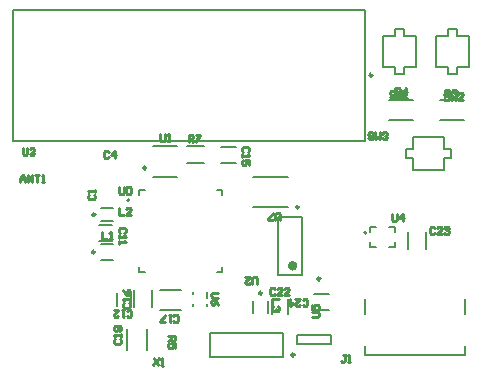
<source format=gto>
G04*
G04 #@! TF.GenerationSoftware,Altium Limited,Altium Designer,23.9.2 (47)*
G04*
G04 Layer_Color=65535*
%FSLAX44Y44*%
%MOMM*%
G71*
G04*
G04 #@! TF.SameCoordinates,250A9CB9-7403-4FF4-BB43-A60BEB693519*
G04*
G04*
G04 #@! TF.FilePolarity,Positive*
G04*
G01*
G75*
%ADD10C,0.2500*%
%ADD11C,0.2000*%
%ADD12C,0.2200*%
%ADD13C,0.4000*%
%ADD14C,0.1270*%
%ADD15C,0.2540*%
D10*
X309487Y250190D02*
G03*
X309487Y250190I-1250J0D01*
G01*
X243600Y13420D02*
G03*
X243600Y13420I-1250J0D01*
G01*
X265530Y77860D02*
G03*
X265530Y77860I-1250J0D01*
G01*
X118000Y171690D02*
G03*
X118000Y171690I-1250J0D01*
G01*
X216138Y65693D02*
G03*
X216138Y65693I-1250J0D01*
G01*
X74683Y100395D02*
G03*
X74683Y100395I-1250J0D01*
G01*
X74994Y132236D02*
G03*
X74994Y132236I-1250J0D01*
G01*
D11*
X103800Y144436D02*
G03*
X103800Y144436I-1000J0D01*
G01*
X304590Y117030D02*
G03*
X304590Y117030I-1000J0D01*
G01*
X4988Y194940D02*
X303487D01*
X4988D02*
Y305440D01*
X303487D01*
Y194940D02*
Y305440D01*
X169690Y61870D02*
Y66870D01*
Y54870D02*
Y56870D01*
X157690Y54870D02*
Y56870D01*
Y64870D02*
Y66870D01*
X208520Y163630D02*
X238520D01*
X208520Y138630D02*
X238520D01*
X245850Y22670D02*
Y30670D01*
X274850Y22670D02*
Y30670D01*
X245850Y22670D02*
X274850D01*
X245850Y30670D02*
X274850D01*
X250030Y80910D02*
Y129910D01*
X230030Y80910D02*
Y129910D01*
Y80910D02*
X250030D01*
X230030Y129910D02*
X250030D01*
X123500Y163940D02*
X144500D01*
X123500Y190440D02*
X144500D01*
X237890Y48193D02*
Y60917D01*
X224390Y48193D02*
Y60917D01*
X260362Y65170D02*
X273087D01*
X260362Y51670D02*
X273087D01*
X221388Y48942D02*
Y59443D01*
X208468Y48942D02*
Y59443D01*
X78223Y123420D02*
X88724D01*
X78210Y109897D02*
X88710D01*
X172272Y11590D02*
X234273D01*
X172272D02*
Y31590D01*
X234273D01*
Y11590D02*
Y31590D01*
X108070Y53929D02*
Y67991D01*
X123070Y53929D02*
Y67991D01*
X93441Y55143D02*
Y65771D01*
X105068Y55143D02*
Y65771D01*
X130030Y51190D02*
X147530D01*
X129977Y68220D02*
X147477D01*
X101990Y17920D02*
Y35420D01*
X119020Y17974D02*
Y35473D01*
X79683Y106895D02*
X90184D01*
X79683Y93975D02*
X90184D01*
X79430Y126423D02*
X90057D01*
X79430Y138050D02*
X90057D01*
X152639Y175582D02*
X167400D01*
X152639Y190440D02*
X167400D01*
X181598Y176130D02*
X194322D01*
X181598Y189630D02*
X194322D01*
X387940Y13420D02*
Y20920D01*
X302940Y13420D02*
X387940D01*
X302940D02*
Y20920D01*
X387940Y48420D02*
Y60920D01*
X302940Y48420D02*
Y60920D01*
X369870Y188150D02*
X375870D01*
X369870D02*
Y198150D01*
X343870D02*
X369870D01*
X343870Y188150D02*
Y198150D01*
X337870Y188150D02*
X343870D01*
X337870Y180150D02*
Y188150D01*
Y180150D02*
X343870D01*
Y170150D02*
Y180150D01*
Y170150D02*
X369870D01*
Y180150D01*
X375870D01*
Y188150D01*
X373190Y251510D02*
X381190D01*
X373190D02*
Y257510D01*
X363190D02*
X373190D01*
X363190D02*
Y283510D01*
X373190D01*
Y289510D01*
X381190D01*
Y283510D02*
Y289510D01*
Y283510D02*
X391190D01*
Y257510D02*
Y283510D01*
X381190Y257510D02*
X391190D01*
X381190Y251510D02*
Y257510D01*
X324029Y229480D02*
X344151D01*
X324029Y212480D02*
X344151D01*
X367130Y229480D02*
X387250D01*
X367130Y212480D02*
X387250D01*
X336740Y251510D02*
Y257510D01*
X346740D01*
Y283510D01*
X336740D02*
X346740D01*
X336740D02*
Y289510D01*
X328740D02*
X336740D01*
X328740Y283510D02*
Y289510D01*
X318740Y283510D02*
X328740D01*
X318740Y257510D02*
Y283510D01*
Y257510D02*
X328740D01*
Y251510D02*
Y257510D01*
Y251510D02*
X336740D01*
X339742Y103459D02*
Y117521D01*
X354743Y103459D02*
Y117521D01*
D12*
X247020Y138630D02*
G03*
X247020Y138630I-1000J0D01*
G01*
D13*
X244030Y88910D02*
G03*
X244030Y88910I-2000J0D01*
G01*
D14*
X112350Y148736D02*
Y153436D01*
Y83436D02*
Y88137D01*
X182350Y148736D02*
Y153436D01*
Y83436D02*
Y88137D01*
X112350Y153436D02*
X117050D01*
X112350Y83436D02*
X117050D01*
X177650Y153436D02*
X182350D01*
X177650Y83436D02*
X182350D01*
X328490Y117255D02*
Y121480D01*
X323265D02*
X328490D01*
X307590Y117255D02*
Y121480D01*
X312815D01*
X307590Y104580D02*
Y108805D01*
Y104580D02*
X312815D01*
X328490D02*
Y108805D01*
X323265Y104580D02*
X328490D01*
D15*
X287020Y13159D02*
X285021D01*
X286020D01*
Y8161D01*
X285021Y7161D01*
X284021D01*
X283021Y8161D01*
X289019Y7161D02*
X291019D01*
X290019D01*
Y13159D01*
X289019Y12159D01*
X124511Y10829D02*
X128181Y4625D01*
X128504Y10615D02*
X124188Y4840D01*
X130178Y4518D02*
X132174Y4411D01*
X131176Y4464D01*
X131498Y10454D01*
X130446Y9509D01*
X231528Y127914D02*
Y132912D01*
X230529Y133912D01*
X228529D01*
X227530Y132912D01*
Y127914D01*
X225530D02*
X221532D01*
Y128914D01*
X225530Y132912D01*
Y133912D01*
X179249Y65958D02*
X174251D01*
X173251Y64959D01*
Y62959D01*
X174251Y61960D01*
X179249D01*
Y55962D02*
X178249Y57961D01*
X176250Y59960D01*
X174251D01*
X173251Y58961D01*
Y56961D01*
X174251Y55962D01*
X175250D01*
X176250Y56961D01*
Y59960D01*
X258273Y45802D02*
X263272D01*
X264271Y46801D01*
Y48801D01*
X263272Y49800D01*
X258273D01*
Y55798D02*
Y51800D01*
X261272D01*
X260273Y53799D01*
Y54799D01*
X261272Y55798D01*
X263272D01*
X264271Y54799D01*
Y52799D01*
X263272Y51800D01*
X326092Y132539D02*
Y127541D01*
X327091Y126541D01*
X329091D01*
X330090Y127541D01*
Y132539D01*
X335089Y126541D02*
Y132539D01*
X332090Y129540D01*
X336088D01*
X13349Y188419D02*
Y183421D01*
X14349Y182421D01*
X16348D01*
X17348Y183421D01*
Y188419D01*
X19347Y187419D02*
X20347Y188419D01*
X22346D01*
X23346Y187419D01*
Y186420D01*
X22346Y185420D01*
X21347D01*
X22346D01*
X23346Y184420D01*
Y183421D01*
X22346Y182421D01*
X20347D01*
X19347Y183421D01*
X212008Y73201D02*
Y78199D01*
X211009Y79199D01*
X209009D01*
X208010Y78199D01*
Y73201D01*
X202012Y79199D02*
X206010D01*
X202012Y75200D01*
Y74201D01*
X203011Y73201D01*
X205011D01*
X206010Y74201D01*
X130001Y200509D02*
Y195510D01*
X131001Y194511D01*
X133001D01*
X134000Y195510D01*
Y200509D01*
X136000Y194511D02*
X137999D01*
X136999D01*
Y200509D01*
X136000Y199509D01*
X95122Y155605D02*
Y150607D01*
X96121Y149607D01*
X98121D01*
X99120Y150607D01*
Y155605D01*
X101120Y154606D02*
X102119Y155605D01*
X104119D01*
X105118Y154606D01*
Y150607D01*
X104119Y149607D01*
X102119D01*
X101120Y150607D01*
Y154606D01*
X310121Y200800D02*
X309122Y201799D01*
X307122D01*
X306123Y200800D01*
Y199800D01*
X307122Y198800D01*
X309122D01*
X310121Y197801D01*
Y196801D01*
X309122Y195801D01*
X307122D01*
X306123Y196801D01*
X312121Y201799D02*
Y195801D01*
X314120Y197801D01*
X316120Y195801D01*
Y201799D01*
X318119Y200800D02*
X319119Y201799D01*
X321118D01*
X322118Y200800D01*
Y199800D01*
X321118Y198800D01*
X320118D01*
X321118D01*
X322118Y197801D01*
Y196801D01*
X321118Y195801D01*
X319119D01*
X318119Y196801D01*
X374461Y234409D02*
X373462Y235409D01*
X371462D01*
X370463Y234409D01*
Y233410D01*
X371462Y232410D01*
X373462D01*
X374461Y231410D01*
Y230411D01*
X373462Y229411D01*
X371462D01*
X370463Y230411D01*
X376461Y235409D02*
Y229411D01*
X378460Y231410D01*
X380459Y229411D01*
Y235409D01*
X386457Y229411D02*
X382459D01*
X386457Y233410D01*
Y234409D01*
X385458Y235409D01*
X383458D01*
X382459Y234409D01*
X328471Y235679D02*
X327471Y236679D01*
X325472D01*
X324472Y235679D01*
Y234680D01*
X325472Y233680D01*
X327471D01*
X328471Y232680D01*
Y231681D01*
X327471Y230681D01*
X325472D01*
X324472Y231681D01*
X330470Y236679D02*
Y230681D01*
X332470Y232680D01*
X334469Y230681D01*
Y236679D01*
X336468Y230681D02*
X338468D01*
X337468D01*
Y236679D01*
X336468Y235679D01*
X154007Y193982D02*
Y199980D01*
X157006D01*
X158006Y198980D01*
Y196981D01*
X157006Y195981D01*
X154007D01*
X156006D02*
X158006Y193982D01*
X160005Y199980D02*
X164004D01*
Y198980D01*
X160005Y194981D01*
Y193982D01*
X136701Y29128D02*
X142699D01*
Y26129D01*
X141699Y25130D01*
X139700D01*
X138700Y26129D01*
Y29128D01*
Y27129D02*
X136701Y25130D01*
X142699Y19132D02*
Y23130D01*
X139700D01*
X140700Y21131D01*
Y20131D01*
X139700Y19132D01*
X137701D01*
X136701Y20131D01*
Y22131D01*
X137701Y23130D01*
X329092Y233221D02*
Y239219D01*
X332091D01*
X333091Y238219D01*
Y236220D01*
X332091Y235220D01*
X329092D01*
X331091D02*
X333091Y233221D01*
X338089D02*
Y239219D01*
X335090Y236220D01*
X339089D01*
X370922Y231951D02*
Y237949D01*
X373921D01*
X374920Y236949D01*
Y234950D01*
X373921Y233950D01*
X370922D01*
X372921D02*
X374920Y231951D01*
X376920Y236949D02*
X377919Y237949D01*
X379919D01*
X380918Y236949D01*
Y235950D01*
X379919Y234950D01*
X378919D01*
X379919D01*
X380918Y233950D01*
Y232951D01*
X379919Y231951D01*
X377919D01*
X376920Y232951D01*
X230587Y60461D02*
X224589D01*
Y56462D01*
X229587Y54463D02*
X230587Y53463D01*
Y51464D01*
X229587Y50464D01*
X228587D01*
X227588Y51464D01*
Y52464D01*
Y51464D01*
X226588Y50464D01*
X225588D01*
X224589Y51464D01*
Y53463D01*
X225588Y54463D01*
X94985Y137775D02*
Y131777D01*
X98984D01*
X104982D02*
X100983D01*
X104982Y135776D01*
Y136776D01*
X103982Y137775D01*
X101983D01*
X100983Y136776D01*
X80935Y117364D02*
Y111366D01*
X84934D01*
X86933D02*
X88932D01*
X87933D01*
Y117364D01*
X86933Y116364D01*
X250437Y55739D02*
X251437Y54739D01*
X253436D01*
X254436Y55739D01*
Y59738D01*
X253436Y60737D01*
X251437D01*
X250437Y59738D01*
X244439Y60737D02*
X248438D01*
X244439Y56739D01*
Y55739D01*
X245439Y54739D01*
X247438D01*
X248438Y55739D01*
X239441Y60737D02*
Y54739D01*
X242440Y57738D01*
X238441D01*
X362294Y120766D02*
X361294Y121765D01*
X359295D01*
X358295Y120766D01*
Y116767D01*
X359295Y115767D01*
X361294D01*
X362294Y116767D01*
X368292Y115767D02*
X364293D01*
X368292Y119766D01*
Y120766D01*
X367292Y121765D01*
X365293D01*
X364293Y120766D01*
X370291D02*
X371291Y121765D01*
X373290D01*
X374290Y120766D01*
Y119766D01*
X373290Y118766D01*
X372290D01*
X373290D01*
X374290Y117767D01*
Y116767D01*
X373290Y115767D01*
X371291D01*
X370291Y116767D01*
X227141Y69254D02*
X226142Y70254D01*
X224142D01*
X223143Y69254D01*
Y65255D01*
X224142Y64256D01*
X226142D01*
X227141Y65255D01*
X233139Y64256D02*
X229141D01*
X233139Y68254D01*
Y69254D01*
X232140Y70254D01*
X230140D01*
X229141Y69254D01*
X239137Y64256D02*
X235139D01*
X239137Y68254D01*
Y69254D01*
X238138Y70254D01*
X236138D01*
X235139Y69254D01*
X91981Y26981D02*
X90981Y25982D01*
Y23982D01*
X91981Y22982D01*
X95979D01*
X96979Y23982D01*
Y25982D01*
X95979Y26981D01*
X96979Y28981D02*
Y30980D01*
Y29980D01*
X90981D01*
X91981Y28981D01*
Y33979D02*
X90981Y34978D01*
Y36978D01*
X91981Y37977D01*
X92980D01*
X93980Y36978D01*
X94980Y37977D01*
X95979D01*
X96979Y36978D01*
Y34978D01*
X95979Y33979D01*
X94980D01*
X93980Y34978D01*
X92980Y33979D01*
X91981D01*
X93980Y34978D02*
Y36978D01*
X141009Y42451D02*
X142009Y41451D01*
X144008D01*
X145008Y42451D01*
Y46449D01*
X144008Y47449D01*
X142009D01*
X141009Y46449D01*
X139010Y47449D02*
X137010D01*
X138010D01*
Y41451D01*
X139010Y42451D01*
X134011Y41451D02*
X130013D01*
Y42451D01*
X134011Y46449D01*
Y47449D01*
X99453Y57472D02*
X98454Y56473D01*
Y54473D01*
X99453Y53474D01*
X103452D01*
X104452Y54473D01*
Y56473D01*
X103452Y57472D01*
X104452Y59472D02*
Y61471D01*
Y60471D01*
X98454D01*
X99453Y59472D01*
X98454Y68469D02*
X99453Y66469D01*
X101453Y64470D01*
X103452D01*
X104452Y65470D01*
Y67469D01*
X103452Y68469D01*
X102452D01*
X101453Y67469D01*
Y64470D01*
X203954Y185109D02*
X204953Y186108D01*
Y188108D01*
X203954Y189107D01*
X199955D01*
X198955Y188108D01*
Y186108D01*
X199955Y185109D01*
X198955Y183109D02*
Y181110D01*
Y182110D01*
X204953D01*
X203954Y183109D01*
X204953Y174112D02*
Y178111D01*
X201954D01*
X202954Y176112D01*
Y175112D01*
X201954Y174112D01*
X199955D01*
X198955Y175112D01*
Y177111D01*
X199955Y178111D01*
X101483Y46414D02*
X102483Y45414D01*
X104482D01*
X105482Y46414D01*
Y50413D01*
X104482Y51413D01*
X102483D01*
X101483Y50413D01*
X99483Y51413D02*
X97484D01*
X98484D01*
Y45414D01*
X99483Y46414D01*
X90486Y51413D02*
X94485D01*
X90486Y47414D01*
Y46414D01*
X91486Y45414D01*
X93485D01*
X94485Y46414D01*
X99633Y116629D02*
X100633Y117629D01*
Y119628D01*
X99633Y120628D01*
X95634D01*
X94635Y119628D01*
Y117629D01*
X95634Y116629D01*
X94635Y114630D02*
Y112631D01*
Y113631D01*
X100633D01*
X99633Y114630D01*
X94635Y109632D02*
Y107632D01*
Y108632D01*
X100633D01*
X99633Y109632D01*
X86284Y185036D02*
X85284Y186035D01*
X83285D01*
X82285Y185036D01*
Y181037D01*
X83285Y180037D01*
X85284D01*
X86284Y181037D01*
X91282Y180037D02*
Y186035D01*
X88283Y183036D01*
X92282D01*
X69842Y149037D02*
X68842Y148037D01*
Y146038D01*
X69842Y145038D01*
X73840D01*
X74840Y146038D01*
Y148037D01*
X73840Y149037D01*
X74840Y151036D02*
Y153035D01*
Y152036D01*
X68842D01*
X69842Y151036D01*
X11593Y159561D02*
Y163560D01*
X13593Y165559D01*
X15592Y163560D01*
Y159561D01*
Y162560D01*
X11593D01*
X17591Y159561D02*
Y165559D01*
X21590Y159561D01*
Y165559D01*
X23589D02*
X27588D01*
X25589D01*
Y159561D01*
X29587D02*
X31587D01*
X30587D01*
Y165559D01*
X29587Y164559D01*
M02*

</source>
